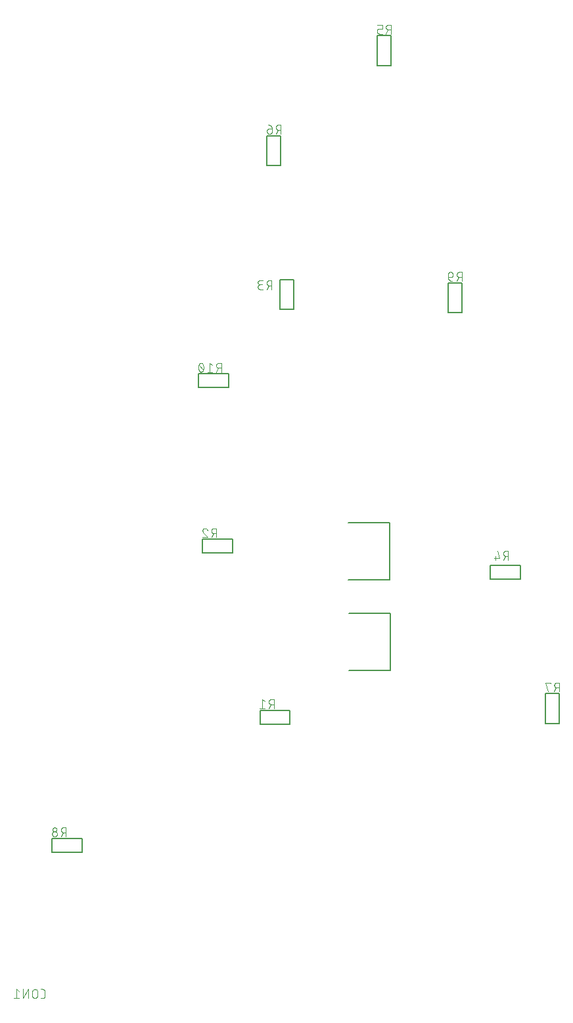
<source format=gbr>
G04 EAGLE Gerber RS-274X export*
G75*
%MOMM*%
%FSLAX34Y34*%
%LPD*%
%INSilkscreen Bottom*%
%IPPOS*%
%AMOC8*
5,1,8,0,0,1.08239X$1,22.5*%
G01*
%ADD10C,0.101600*%
%ADD11C,0.152400*%
%ADD12C,0.127000*%


D10*
X38246Y72588D02*
X40843Y72588D01*
X40942Y72590D01*
X41042Y72596D01*
X41141Y72605D01*
X41239Y72618D01*
X41337Y72635D01*
X41435Y72656D01*
X41531Y72681D01*
X41626Y72709D01*
X41720Y72741D01*
X41813Y72776D01*
X41905Y72815D01*
X41995Y72858D01*
X42083Y72903D01*
X42170Y72953D01*
X42254Y73005D01*
X42337Y73061D01*
X42417Y73119D01*
X42495Y73181D01*
X42570Y73246D01*
X42643Y73314D01*
X42713Y73384D01*
X42781Y73457D01*
X42846Y73532D01*
X42908Y73610D01*
X42966Y73690D01*
X43022Y73773D01*
X43074Y73857D01*
X43124Y73944D01*
X43169Y74032D01*
X43212Y74122D01*
X43251Y74214D01*
X43286Y74307D01*
X43318Y74401D01*
X43346Y74496D01*
X43371Y74592D01*
X43392Y74690D01*
X43409Y74788D01*
X43422Y74886D01*
X43431Y74985D01*
X43437Y75085D01*
X43439Y75184D01*
X43439Y81676D01*
X43437Y81775D01*
X43431Y81875D01*
X43422Y81974D01*
X43409Y82072D01*
X43392Y82170D01*
X43371Y82268D01*
X43346Y82364D01*
X43318Y82459D01*
X43286Y82553D01*
X43251Y82646D01*
X43212Y82738D01*
X43169Y82828D01*
X43124Y82916D01*
X43074Y83003D01*
X43022Y83087D01*
X42966Y83170D01*
X42908Y83250D01*
X42846Y83328D01*
X42781Y83403D01*
X42713Y83476D01*
X42643Y83546D01*
X42570Y83614D01*
X42495Y83679D01*
X42417Y83741D01*
X42337Y83799D01*
X42254Y83855D01*
X42170Y83907D01*
X42083Y83957D01*
X41995Y84002D01*
X41905Y84045D01*
X41813Y84084D01*
X41720Y84119D01*
X41626Y84151D01*
X41531Y84179D01*
X41435Y84204D01*
X41337Y84225D01*
X41239Y84242D01*
X41141Y84255D01*
X41042Y84264D01*
X40942Y84270D01*
X40843Y84272D01*
X38246Y84272D01*
X33881Y81026D02*
X33881Y75834D01*
X33881Y81026D02*
X33879Y81139D01*
X33873Y81252D01*
X33863Y81365D01*
X33849Y81478D01*
X33832Y81590D01*
X33810Y81701D01*
X33785Y81811D01*
X33755Y81921D01*
X33722Y82029D01*
X33685Y82136D01*
X33645Y82242D01*
X33600Y82346D01*
X33552Y82449D01*
X33501Y82550D01*
X33446Y82649D01*
X33388Y82746D01*
X33326Y82841D01*
X33261Y82934D01*
X33193Y83024D01*
X33122Y83112D01*
X33047Y83198D01*
X32970Y83281D01*
X32890Y83361D01*
X32807Y83438D01*
X32721Y83513D01*
X32633Y83584D01*
X32543Y83652D01*
X32450Y83717D01*
X32355Y83779D01*
X32258Y83837D01*
X32159Y83892D01*
X32058Y83943D01*
X31955Y83991D01*
X31851Y84036D01*
X31745Y84076D01*
X31638Y84113D01*
X31530Y84146D01*
X31420Y84176D01*
X31310Y84201D01*
X31199Y84223D01*
X31087Y84240D01*
X30974Y84254D01*
X30861Y84264D01*
X30748Y84270D01*
X30635Y84272D01*
X30522Y84270D01*
X30409Y84264D01*
X30296Y84254D01*
X30183Y84240D01*
X30071Y84223D01*
X29960Y84201D01*
X29850Y84176D01*
X29740Y84146D01*
X29632Y84113D01*
X29525Y84076D01*
X29419Y84036D01*
X29315Y83991D01*
X29212Y83943D01*
X29111Y83892D01*
X29012Y83837D01*
X28915Y83779D01*
X28820Y83717D01*
X28727Y83652D01*
X28637Y83584D01*
X28549Y83513D01*
X28463Y83438D01*
X28380Y83361D01*
X28300Y83281D01*
X28223Y83198D01*
X28148Y83112D01*
X28077Y83024D01*
X28009Y82934D01*
X27944Y82841D01*
X27882Y82746D01*
X27824Y82649D01*
X27769Y82550D01*
X27718Y82449D01*
X27670Y82346D01*
X27625Y82242D01*
X27585Y82136D01*
X27548Y82029D01*
X27515Y81921D01*
X27485Y81811D01*
X27460Y81701D01*
X27438Y81590D01*
X27421Y81478D01*
X27407Y81365D01*
X27397Y81252D01*
X27391Y81139D01*
X27389Y81026D01*
X27390Y81026D02*
X27390Y75834D01*
X27389Y75834D02*
X27391Y75721D01*
X27397Y75608D01*
X27407Y75495D01*
X27421Y75382D01*
X27438Y75270D01*
X27460Y75159D01*
X27485Y75049D01*
X27515Y74939D01*
X27548Y74831D01*
X27585Y74724D01*
X27625Y74618D01*
X27670Y74514D01*
X27718Y74411D01*
X27769Y74310D01*
X27824Y74211D01*
X27882Y74114D01*
X27944Y74019D01*
X28009Y73926D01*
X28077Y73836D01*
X28148Y73748D01*
X28223Y73662D01*
X28300Y73579D01*
X28380Y73499D01*
X28463Y73422D01*
X28549Y73347D01*
X28637Y73276D01*
X28727Y73208D01*
X28820Y73143D01*
X28915Y73081D01*
X29012Y73023D01*
X29111Y72968D01*
X29212Y72917D01*
X29315Y72869D01*
X29419Y72824D01*
X29525Y72784D01*
X29632Y72747D01*
X29740Y72714D01*
X29850Y72684D01*
X29960Y72659D01*
X30071Y72637D01*
X30183Y72620D01*
X30296Y72606D01*
X30409Y72596D01*
X30522Y72590D01*
X30635Y72588D01*
X30748Y72590D01*
X30861Y72596D01*
X30974Y72606D01*
X31087Y72620D01*
X31199Y72637D01*
X31310Y72659D01*
X31420Y72684D01*
X31530Y72714D01*
X31638Y72747D01*
X31745Y72784D01*
X31851Y72824D01*
X31955Y72869D01*
X32058Y72917D01*
X32159Y72968D01*
X32258Y73023D01*
X32355Y73081D01*
X32450Y73143D01*
X32543Y73208D01*
X32633Y73276D01*
X32721Y73347D01*
X32807Y73422D01*
X32890Y73499D01*
X32970Y73579D01*
X33047Y73662D01*
X33122Y73748D01*
X33193Y73836D01*
X33261Y73926D01*
X33326Y74019D01*
X33388Y74114D01*
X33446Y74211D01*
X33501Y74310D01*
X33552Y74411D01*
X33600Y74514D01*
X33645Y74618D01*
X33685Y74724D01*
X33722Y74831D01*
X33755Y74939D01*
X33785Y75049D01*
X33810Y75159D01*
X33832Y75270D01*
X33849Y75382D01*
X33863Y75495D01*
X33873Y75608D01*
X33879Y75721D01*
X33881Y75834D01*
X22070Y72588D02*
X22070Y84272D01*
X15579Y72588D01*
X15579Y84272D01*
X10259Y81676D02*
X7014Y84272D01*
X7014Y72588D01*
X10259Y72588D02*
X3768Y72588D01*
D11*
X434330Y612550D02*
X487670Y612550D01*
X487670Y686210D01*
X434330Y686210D01*
X435600Y494910D02*
X488940Y494910D01*
X488940Y568570D01*
X435600Y568570D01*
D12*
X359050Y444090D02*
X320610Y444090D01*
X359050Y444090D02*
X359050Y426310D01*
X320610Y426310D01*
X320610Y444090D01*
D10*
X338330Y446503D02*
X338330Y458187D01*
X335085Y458187D01*
X334972Y458185D01*
X334859Y458179D01*
X334746Y458169D01*
X334633Y458155D01*
X334521Y458138D01*
X334410Y458116D01*
X334300Y458091D01*
X334190Y458061D01*
X334082Y458028D01*
X333975Y457991D01*
X333869Y457951D01*
X333765Y457906D01*
X333662Y457858D01*
X333561Y457807D01*
X333462Y457752D01*
X333365Y457694D01*
X333270Y457632D01*
X333177Y457567D01*
X333087Y457499D01*
X332999Y457428D01*
X332913Y457353D01*
X332830Y457276D01*
X332750Y457196D01*
X332673Y457113D01*
X332598Y457027D01*
X332527Y456939D01*
X332459Y456849D01*
X332394Y456756D01*
X332332Y456661D01*
X332274Y456564D01*
X332219Y456465D01*
X332168Y456364D01*
X332120Y456261D01*
X332075Y456157D01*
X332035Y456051D01*
X331998Y455944D01*
X331965Y455836D01*
X331935Y455726D01*
X331910Y455616D01*
X331888Y455505D01*
X331871Y455393D01*
X331857Y455280D01*
X331847Y455167D01*
X331841Y455054D01*
X331839Y454941D01*
X331841Y454828D01*
X331847Y454715D01*
X331857Y454602D01*
X331871Y454489D01*
X331888Y454377D01*
X331910Y454266D01*
X331935Y454156D01*
X331965Y454046D01*
X331998Y453938D01*
X332035Y453831D01*
X332075Y453725D01*
X332120Y453621D01*
X332168Y453518D01*
X332219Y453417D01*
X332274Y453318D01*
X332332Y453221D01*
X332394Y453126D01*
X332459Y453033D01*
X332527Y452943D01*
X332598Y452855D01*
X332673Y452769D01*
X332750Y452686D01*
X332830Y452606D01*
X332913Y452529D01*
X332999Y452454D01*
X333087Y452383D01*
X333177Y452315D01*
X333270Y452250D01*
X333365Y452188D01*
X333462Y452130D01*
X333561Y452075D01*
X333662Y452024D01*
X333765Y451976D01*
X333869Y451931D01*
X333975Y451891D01*
X334082Y451854D01*
X334190Y451821D01*
X334300Y451791D01*
X334410Y451766D01*
X334521Y451744D01*
X334633Y451727D01*
X334746Y451713D01*
X334859Y451703D01*
X334972Y451697D01*
X335085Y451695D01*
X335085Y451696D02*
X338330Y451696D01*
X334436Y451696D02*
X331839Y446503D01*
X326974Y455591D02*
X323729Y458187D01*
X323729Y446503D01*
X326974Y446503D02*
X320483Y446503D01*
D12*
X279950Y877690D02*
X241510Y877690D01*
X279950Y877690D02*
X279950Y859910D01*
X241510Y859910D01*
X241510Y877690D01*
D10*
X270660Y880103D02*
X270660Y891787D01*
X267415Y891787D01*
X267302Y891785D01*
X267189Y891779D01*
X267076Y891769D01*
X266963Y891755D01*
X266851Y891738D01*
X266740Y891716D01*
X266630Y891691D01*
X266520Y891661D01*
X266412Y891628D01*
X266305Y891591D01*
X266199Y891551D01*
X266095Y891506D01*
X265992Y891458D01*
X265891Y891407D01*
X265792Y891352D01*
X265695Y891294D01*
X265600Y891232D01*
X265507Y891167D01*
X265417Y891099D01*
X265329Y891028D01*
X265243Y890953D01*
X265160Y890876D01*
X265080Y890796D01*
X265003Y890713D01*
X264928Y890627D01*
X264857Y890539D01*
X264789Y890449D01*
X264724Y890356D01*
X264662Y890261D01*
X264604Y890164D01*
X264549Y890065D01*
X264498Y889964D01*
X264450Y889861D01*
X264405Y889757D01*
X264365Y889651D01*
X264328Y889544D01*
X264295Y889436D01*
X264265Y889326D01*
X264240Y889216D01*
X264218Y889105D01*
X264201Y888993D01*
X264187Y888880D01*
X264177Y888767D01*
X264171Y888654D01*
X264169Y888541D01*
X264171Y888428D01*
X264177Y888315D01*
X264187Y888202D01*
X264201Y888089D01*
X264218Y887977D01*
X264240Y887866D01*
X264265Y887756D01*
X264295Y887646D01*
X264328Y887538D01*
X264365Y887431D01*
X264405Y887325D01*
X264450Y887221D01*
X264498Y887118D01*
X264549Y887017D01*
X264604Y886918D01*
X264662Y886821D01*
X264724Y886726D01*
X264789Y886633D01*
X264857Y886543D01*
X264928Y886455D01*
X265003Y886369D01*
X265080Y886286D01*
X265160Y886206D01*
X265243Y886129D01*
X265329Y886054D01*
X265417Y885983D01*
X265507Y885915D01*
X265600Y885850D01*
X265695Y885788D01*
X265792Y885730D01*
X265891Y885675D01*
X265992Y885624D01*
X266095Y885576D01*
X266199Y885531D01*
X266305Y885491D01*
X266412Y885454D01*
X266520Y885421D01*
X266630Y885391D01*
X266740Y885366D01*
X266851Y885344D01*
X266963Y885327D01*
X267076Y885313D01*
X267189Y885303D01*
X267302Y885297D01*
X267415Y885295D01*
X267415Y885296D02*
X270660Y885296D01*
X266766Y885296D02*
X264169Y880103D01*
X259304Y889191D02*
X256059Y891787D01*
X256059Y880103D01*
X259304Y880103D02*
X252813Y880103D01*
X247875Y885945D02*
X247872Y886175D01*
X247864Y886405D01*
X247850Y886634D01*
X247831Y886863D01*
X247806Y887092D01*
X247776Y887320D01*
X247741Y887547D01*
X247700Y887773D01*
X247654Y887998D01*
X247602Y888222D01*
X247545Y888445D01*
X247483Y888666D01*
X247415Y888886D01*
X247342Y889104D01*
X247264Y889320D01*
X247181Y889534D01*
X247093Y889747D01*
X247000Y889957D01*
X246901Y890164D01*
X246868Y890254D01*
X246832Y890343D01*
X246792Y890431D01*
X246748Y890516D01*
X246701Y890600D01*
X246651Y890682D01*
X246597Y890762D01*
X246541Y890839D01*
X246481Y890915D01*
X246418Y890988D01*
X246353Y891058D01*
X246284Y891126D01*
X246213Y891190D01*
X246140Y891252D01*
X246064Y891311D01*
X245986Y891367D01*
X245905Y891420D01*
X245823Y891469D01*
X245739Y891515D01*
X245652Y891558D01*
X245565Y891597D01*
X245475Y891633D01*
X245385Y891665D01*
X245293Y891693D01*
X245200Y891718D01*
X245106Y891739D01*
X245012Y891756D01*
X244917Y891770D01*
X244821Y891779D01*
X244725Y891785D01*
X244629Y891787D01*
X244533Y891785D01*
X244437Y891779D01*
X244341Y891770D01*
X244246Y891756D01*
X244152Y891739D01*
X244058Y891718D01*
X243965Y891693D01*
X243873Y891665D01*
X243783Y891633D01*
X243693Y891597D01*
X243606Y891558D01*
X243519Y891515D01*
X243435Y891469D01*
X243353Y891420D01*
X243272Y891367D01*
X243194Y891311D01*
X243118Y891252D01*
X243045Y891190D01*
X242974Y891126D01*
X242905Y891058D01*
X242840Y890988D01*
X242777Y890915D01*
X242717Y890840D01*
X242661Y890762D01*
X242607Y890682D01*
X242557Y890600D01*
X242510Y890516D01*
X242467Y890431D01*
X242426Y890343D01*
X242390Y890254D01*
X242357Y890164D01*
X242258Y889956D01*
X242165Y889746D01*
X242077Y889534D01*
X241994Y889320D01*
X241916Y889103D01*
X241843Y888885D01*
X241775Y888666D01*
X241713Y888444D01*
X241656Y888222D01*
X241604Y887998D01*
X241558Y887773D01*
X241517Y887547D01*
X241482Y887319D01*
X241452Y887092D01*
X241427Y886863D01*
X241408Y886634D01*
X241394Y886405D01*
X241386Y886175D01*
X241383Y885945D01*
X247874Y885945D02*
X247871Y885715D01*
X247863Y885485D01*
X247849Y885256D01*
X247830Y885027D01*
X247805Y884798D01*
X247775Y884570D01*
X247740Y884343D01*
X247699Y884117D01*
X247653Y883892D01*
X247601Y883668D01*
X247544Y883445D01*
X247482Y883224D01*
X247414Y883004D01*
X247341Y882786D01*
X247263Y882570D01*
X247180Y882356D01*
X247092Y882144D01*
X246999Y881933D01*
X246900Y881726D01*
X246901Y881726D02*
X246868Y881636D01*
X246832Y881547D01*
X246791Y881459D01*
X246748Y881374D01*
X246701Y881290D01*
X246651Y881208D01*
X246597Y881128D01*
X246541Y881051D01*
X246481Y880975D01*
X246418Y880902D01*
X246353Y880832D01*
X246284Y880764D01*
X246213Y880700D01*
X246140Y880638D01*
X246064Y880579D01*
X245986Y880523D01*
X245905Y880470D01*
X245823Y880421D01*
X245739Y880375D01*
X245652Y880332D01*
X245565Y880293D01*
X245475Y880257D01*
X245385Y880225D01*
X245293Y880197D01*
X245200Y880172D01*
X245106Y880151D01*
X245012Y880134D01*
X244917Y880120D01*
X244821Y880111D01*
X244725Y880105D01*
X244629Y880103D01*
X242357Y881726D02*
X242258Y881933D01*
X242165Y882144D01*
X242077Y882356D01*
X241994Y882570D01*
X241916Y882786D01*
X241843Y883004D01*
X241775Y883224D01*
X241713Y883445D01*
X241656Y883668D01*
X241604Y883892D01*
X241558Y884117D01*
X241517Y884343D01*
X241482Y884570D01*
X241452Y884798D01*
X241427Y885027D01*
X241408Y885256D01*
X241394Y885485D01*
X241386Y885715D01*
X241383Y885945D01*
X242357Y881726D02*
X242390Y881636D01*
X242426Y881547D01*
X242467Y881459D01*
X242510Y881374D01*
X242557Y881290D01*
X242607Y881208D01*
X242661Y881128D01*
X242717Y881050D01*
X242777Y880975D01*
X242840Y880902D01*
X242905Y880832D01*
X242974Y880764D01*
X243045Y880700D01*
X243118Y880638D01*
X243194Y880579D01*
X243272Y880523D01*
X243353Y880470D01*
X243435Y880421D01*
X243519Y880375D01*
X243606Y880332D01*
X243693Y880293D01*
X243783Y880257D01*
X243873Y880225D01*
X243965Y880197D01*
X244058Y880172D01*
X244152Y880151D01*
X244246Y880134D01*
X244341Y880120D01*
X244437Y880111D01*
X244533Y880105D01*
X244629Y880103D01*
X247225Y882699D02*
X242032Y889191D01*
D12*
X246810Y664490D02*
X285250Y664490D01*
X285250Y646710D01*
X246810Y646710D01*
X246810Y664490D01*
D10*
X264530Y666903D02*
X264530Y678587D01*
X261285Y678587D01*
X261172Y678585D01*
X261059Y678579D01*
X260946Y678569D01*
X260833Y678555D01*
X260721Y678538D01*
X260610Y678516D01*
X260500Y678491D01*
X260390Y678461D01*
X260282Y678428D01*
X260175Y678391D01*
X260069Y678351D01*
X259965Y678306D01*
X259862Y678258D01*
X259761Y678207D01*
X259662Y678152D01*
X259565Y678094D01*
X259470Y678032D01*
X259377Y677967D01*
X259287Y677899D01*
X259199Y677828D01*
X259113Y677753D01*
X259030Y677676D01*
X258950Y677596D01*
X258873Y677513D01*
X258798Y677427D01*
X258727Y677339D01*
X258659Y677249D01*
X258594Y677156D01*
X258532Y677061D01*
X258474Y676964D01*
X258419Y676865D01*
X258368Y676764D01*
X258320Y676661D01*
X258275Y676557D01*
X258235Y676451D01*
X258198Y676344D01*
X258165Y676236D01*
X258135Y676126D01*
X258110Y676016D01*
X258088Y675905D01*
X258071Y675793D01*
X258057Y675680D01*
X258047Y675567D01*
X258041Y675454D01*
X258039Y675341D01*
X258041Y675228D01*
X258047Y675115D01*
X258057Y675002D01*
X258071Y674889D01*
X258088Y674777D01*
X258110Y674666D01*
X258135Y674556D01*
X258165Y674446D01*
X258198Y674338D01*
X258235Y674231D01*
X258275Y674125D01*
X258320Y674021D01*
X258368Y673918D01*
X258419Y673817D01*
X258474Y673718D01*
X258532Y673621D01*
X258594Y673526D01*
X258659Y673433D01*
X258727Y673343D01*
X258798Y673255D01*
X258873Y673169D01*
X258950Y673086D01*
X259030Y673006D01*
X259113Y672929D01*
X259199Y672854D01*
X259287Y672783D01*
X259377Y672715D01*
X259470Y672650D01*
X259565Y672588D01*
X259662Y672530D01*
X259761Y672475D01*
X259862Y672424D01*
X259965Y672376D01*
X260069Y672331D01*
X260175Y672291D01*
X260282Y672254D01*
X260390Y672221D01*
X260500Y672191D01*
X260610Y672166D01*
X260721Y672144D01*
X260833Y672127D01*
X260946Y672113D01*
X261059Y672103D01*
X261172Y672097D01*
X261285Y672095D01*
X261285Y672096D02*
X264530Y672096D01*
X260636Y672096D02*
X258039Y666903D01*
X246683Y675666D02*
X246685Y675773D01*
X246691Y675879D01*
X246701Y675985D01*
X246714Y676091D01*
X246732Y676197D01*
X246753Y676301D01*
X246778Y676405D01*
X246807Y676508D01*
X246839Y676609D01*
X246876Y676709D01*
X246916Y676808D01*
X246959Y676906D01*
X247006Y677002D01*
X247057Y677096D01*
X247111Y677188D01*
X247168Y677278D01*
X247228Y677366D01*
X247292Y677451D01*
X247359Y677534D01*
X247429Y677615D01*
X247501Y677693D01*
X247577Y677769D01*
X247655Y677841D01*
X247736Y677911D01*
X247819Y677978D01*
X247904Y678042D01*
X247992Y678102D01*
X248082Y678159D01*
X248174Y678213D01*
X248268Y678264D01*
X248364Y678311D01*
X248462Y678354D01*
X248561Y678394D01*
X248661Y678431D01*
X248762Y678463D01*
X248865Y678492D01*
X248969Y678517D01*
X249073Y678538D01*
X249179Y678556D01*
X249285Y678569D01*
X249391Y678579D01*
X249497Y678585D01*
X249604Y678587D01*
X249725Y678585D01*
X249846Y678579D01*
X249966Y678569D01*
X250087Y678556D01*
X250206Y678538D01*
X250326Y678517D01*
X250444Y678492D01*
X250561Y678463D01*
X250678Y678430D01*
X250793Y678394D01*
X250907Y678353D01*
X251020Y678310D01*
X251132Y678262D01*
X251241Y678211D01*
X251349Y678156D01*
X251456Y678098D01*
X251560Y678037D01*
X251662Y677972D01*
X251762Y677904D01*
X251860Y677833D01*
X251956Y677759D01*
X252049Y677682D01*
X252139Y677601D01*
X252227Y677518D01*
X252312Y677432D01*
X252395Y677343D01*
X252474Y677252D01*
X252551Y677158D01*
X252624Y677062D01*
X252694Y676964D01*
X252761Y676863D01*
X252825Y676760D01*
X252886Y676655D01*
X252943Y676548D01*
X252996Y676440D01*
X253046Y676330D01*
X253092Y676218D01*
X253135Y676105D01*
X253174Y675990D01*
X247657Y673394D02*
X247578Y673472D01*
X247502Y673552D01*
X247429Y673635D01*
X247359Y673721D01*
X247292Y673808D01*
X247228Y673899D01*
X247168Y673991D01*
X247110Y674085D01*
X247056Y674182D01*
X247006Y674280D01*
X246959Y674380D01*
X246915Y674481D01*
X246875Y674584D01*
X246839Y674689D01*
X246807Y674794D01*
X246778Y674901D01*
X246753Y675008D01*
X246731Y675117D01*
X246714Y675226D01*
X246700Y675335D01*
X246691Y675445D01*
X246685Y675556D01*
X246683Y675666D01*
X247657Y673394D02*
X253174Y666903D01*
X246683Y666903D01*
D12*
X363790Y960650D02*
X363790Y999090D01*
X363790Y960650D02*
X346010Y960650D01*
X346010Y999090D01*
X363790Y999090D01*
D10*
X335730Y998187D02*
X335730Y986503D01*
X335730Y998187D02*
X332485Y998187D01*
X332372Y998185D01*
X332259Y998179D01*
X332146Y998169D01*
X332033Y998155D01*
X331921Y998138D01*
X331810Y998116D01*
X331700Y998091D01*
X331590Y998061D01*
X331482Y998028D01*
X331375Y997991D01*
X331269Y997951D01*
X331165Y997906D01*
X331062Y997858D01*
X330961Y997807D01*
X330862Y997752D01*
X330765Y997694D01*
X330670Y997632D01*
X330577Y997567D01*
X330487Y997499D01*
X330399Y997428D01*
X330313Y997353D01*
X330230Y997276D01*
X330150Y997196D01*
X330073Y997113D01*
X329998Y997027D01*
X329927Y996939D01*
X329859Y996849D01*
X329794Y996756D01*
X329732Y996661D01*
X329674Y996564D01*
X329619Y996465D01*
X329568Y996364D01*
X329520Y996261D01*
X329475Y996157D01*
X329435Y996051D01*
X329398Y995944D01*
X329365Y995836D01*
X329335Y995726D01*
X329310Y995616D01*
X329288Y995505D01*
X329271Y995393D01*
X329257Y995280D01*
X329247Y995167D01*
X329241Y995054D01*
X329239Y994941D01*
X329241Y994828D01*
X329247Y994715D01*
X329257Y994602D01*
X329271Y994489D01*
X329288Y994377D01*
X329310Y994266D01*
X329335Y994156D01*
X329365Y994046D01*
X329398Y993938D01*
X329435Y993831D01*
X329475Y993725D01*
X329520Y993621D01*
X329568Y993518D01*
X329619Y993417D01*
X329674Y993318D01*
X329732Y993221D01*
X329794Y993126D01*
X329859Y993033D01*
X329927Y992943D01*
X329998Y992855D01*
X330073Y992769D01*
X330150Y992686D01*
X330230Y992606D01*
X330313Y992529D01*
X330399Y992454D01*
X330487Y992383D01*
X330577Y992315D01*
X330670Y992250D01*
X330765Y992188D01*
X330862Y992130D01*
X330961Y992075D01*
X331062Y992024D01*
X331165Y991976D01*
X331269Y991931D01*
X331375Y991891D01*
X331482Y991854D01*
X331590Y991821D01*
X331700Y991791D01*
X331810Y991766D01*
X331921Y991744D01*
X332033Y991727D01*
X332146Y991713D01*
X332259Y991703D01*
X332372Y991697D01*
X332485Y991695D01*
X332485Y991696D02*
X335730Y991696D01*
X331836Y991696D02*
X329239Y986503D01*
X324374Y986503D02*
X321129Y986503D01*
X321016Y986505D01*
X320903Y986511D01*
X320790Y986521D01*
X320677Y986535D01*
X320565Y986552D01*
X320454Y986574D01*
X320344Y986599D01*
X320234Y986629D01*
X320126Y986662D01*
X320019Y986699D01*
X319913Y986739D01*
X319809Y986784D01*
X319706Y986832D01*
X319605Y986883D01*
X319506Y986938D01*
X319409Y986996D01*
X319314Y987058D01*
X319221Y987123D01*
X319131Y987191D01*
X319043Y987262D01*
X318957Y987337D01*
X318874Y987414D01*
X318794Y987494D01*
X318717Y987577D01*
X318642Y987663D01*
X318571Y987751D01*
X318503Y987841D01*
X318438Y987934D01*
X318376Y988029D01*
X318318Y988126D01*
X318263Y988225D01*
X318212Y988326D01*
X318164Y988429D01*
X318119Y988533D01*
X318079Y988639D01*
X318042Y988746D01*
X318009Y988854D01*
X317979Y988964D01*
X317954Y989074D01*
X317932Y989185D01*
X317915Y989297D01*
X317901Y989410D01*
X317891Y989523D01*
X317885Y989636D01*
X317883Y989749D01*
X317885Y989862D01*
X317891Y989975D01*
X317901Y990088D01*
X317915Y990201D01*
X317932Y990313D01*
X317954Y990424D01*
X317979Y990534D01*
X318009Y990644D01*
X318042Y990752D01*
X318079Y990859D01*
X318119Y990965D01*
X318164Y991069D01*
X318212Y991172D01*
X318263Y991273D01*
X318318Y991372D01*
X318376Y991469D01*
X318438Y991564D01*
X318503Y991657D01*
X318571Y991747D01*
X318642Y991835D01*
X318717Y991921D01*
X318794Y992004D01*
X318874Y992084D01*
X318957Y992161D01*
X319043Y992236D01*
X319131Y992307D01*
X319221Y992375D01*
X319314Y992440D01*
X319409Y992502D01*
X319506Y992560D01*
X319605Y992615D01*
X319706Y992666D01*
X319809Y992714D01*
X319913Y992759D01*
X320019Y992799D01*
X320126Y992836D01*
X320234Y992869D01*
X320344Y992899D01*
X320454Y992924D01*
X320565Y992946D01*
X320677Y992963D01*
X320790Y992977D01*
X320903Y992987D01*
X321016Y992993D01*
X321129Y992995D01*
X320479Y998187D02*
X324374Y998187D01*
X320479Y998187D02*
X320378Y998185D01*
X320278Y998179D01*
X320178Y998169D01*
X320078Y998156D01*
X319979Y998138D01*
X319880Y998117D01*
X319783Y998092D01*
X319686Y998063D01*
X319591Y998030D01*
X319497Y997994D01*
X319405Y997954D01*
X319314Y997911D01*
X319225Y997864D01*
X319138Y997814D01*
X319052Y997760D01*
X318969Y997703D01*
X318889Y997643D01*
X318810Y997580D01*
X318734Y997513D01*
X318661Y997444D01*
X318591Y997372D01*
X318523Y997298D01*
X318458Y997221D01*
X318397Y997141D01*
X318338Y997059D01*
X318283Y996975D01*
X318231Y996889D01*
X318182Y996801D01*
X318137Y996711D01*
X318095Y996619D01*
X318057Y996526D01*
X318023Y996431D01*
X317992Y996336D01*
X317965Y996239D01*
X317942Y996141D01*
X317922Y996042D01*
X317907Y995942D01*
X317895Y995842D01*
X317887Y995742D01*
X317883Y995641D01*
X317883Y995541D01*
X317887Y995440D01*
X317895Y995340D01*
X317907Y995240D01*
X317922Y995140D01*
X317942Y995041D01*
X317965Y994943D01*
X317992Y994846D01*
X318023Y994751D01*
X318057Y994656D01*
X318095Y994563D01*
X318137Y994471D01*
X318182Y994381D01*
X318231Y994293D01*
X318283Y994207D01*
X318338Y994123D01*
X318397Y994041D01*
X318458Y993961D01*
X318523Y993884D01*
X318591Y993810D01*
X318661Y993738D01*
X318734Y993669D01*
X318810Y993602D01*
X318889Y993539D01*
X318969Y993479D01*
X319052Y993422D01*
X319138Y993368D01*
X319225Y993318D01*
X319314Y993271D01*
X319405Y993228D01*
X319497Y993188D01*
X319591Y993152D01*
X319686Y993119D01*
X319783Y993090D01*
X319880Y993065D01*
X319979Y993044D01*
X320078Y993026D01*
X320178Y993013D01*
X320278Y993003D01*
X320378Y992997D01*
X320479Y992995D01*
X320479Y992994D02*
X323076Y992994D01*
D12*
X617650Y613410D02*
X656090Y613410D01*
X617650Y613410D02*
X617650Y631190D01*
X656090Y631190D01*
X656090Y613410D01*
D10*
X640370Y637603D02*
X640370Y649287D01*
X637125Y649287D01*
X637012Y649285D01*
X636899Y649279D01*
X636786Y649269D01*
X636673Y649255D01*
X636561Y649238D01*
X636450Y649216D01*
X636340Y649191D01*
X636230Y649161D01*
X636122Y649128D01*
X636015Y649091D01*
X635909Y649051D01*
X635805Y649006D01*
X635702Y648958D01*
X635601Y648907D01*
X635502Y648852D01*
X635405Y648794D01*
X635310Y648732D01*
X635217Y648667D01*
X635127Y648599D01*
X635039Y648528D01*
X634953Y648453D01*
X634870Y648376D01*
X634790Y648296D01*
X634713Y648213D01*
X634638Y648127D01*
X634567Y648039D01*
X634499Y647949D01*
X634434Y647856D01*
X634372Y647761D01*
X634314Y647664D01*
X634259Y647565D01*
X634208Y647464D01*
X634160Y647361D01*
X634115Y647257D01*
X634075Y647151D01*
X634038Y647044D01*
X634005Y646936D01*
X633975Y646826D01*
X633950Y646716D01*
X633928Y646605D01*
X633911Y646493D01*
X633897Y646380D01*
X633887Y646267D01*
X633881Y646154D01*
X633879Y646041D01*
X633881Y645928D01*
X633887Y645815D01*
X633897Y645702D01*
X633911Y645589D01*
X633928Y645477D01*
X633950Y645366D01*
X633975Y645256D01*
X634005Y645146D01*
X634038Y645038D01*
X634075Y644931D01*
X634115Y644825D01*
X634160Y644721D01*
X634208Y644618D01*
X634259Y644517D01*
X634314Y644418D01*
X634372Y644321D01*
X634434Y644226D01*
X634499Y644133D01*
X634567Y644043D01*
X634638Y643955D01*
X634713Y643869D01*
X634790Y643786D01*
X634870Y643706D01*
X634953Y643629D01*
X635039Y643554D01*
X635127Y643483D01*
X635217Y643415D01*
X635310Y643350D01*
X635405Y643288D01*
X635502Y643230D01*
X635601Y643175D01*
X635702Y643124D01*
X635805Y643076D01*
X635909Y643031D01*
X636015Y642991D01*
X636122Y642954D01*
X636230Y642921D01*
X636340Y642891D01*
X636450Y642866D01*
X636561Y642844D01*
X636673Y642827D01*
X636786Y642813D01*
X636899Y642803D01*
X637012Y642797D01*
X637125Y642795D01*
X637125Y642796D02*
X640370Y642796D01*
X636476Y642796D02*
X633879Y637603D01*
X629014Y640199D02*
X626418Y649287D01*
X629014Y640199D02*
X622523Y640199D01*
X624470Y642796D02*
X624470Y637603D01*
D12*
X471710Y1275310D02*
X471710Y1313750D01*
X489490Y1313750D01*
X489490Y1275310D01*
X471710Y1275310D01*
D10*
X489430Y1316163D02*
X489430Y1327847D01*
X486185Y1327847D01*
X486072Y1327845D01*
X485959Y1327839D01*
X485846Y1327829D01*
X485733Y1327815D01*
X485621Y1327798D01*
X485510Y1327776D01*
X485400Y1327751D01*
X485290Y1327721D01*
X485182Y1327688D01*
X485075Y1327651D01*
X484969Y1327611D01*
X484865Y1327566D01*
X484762Y1327518D01*
X484661Y1327467D01*
X484562Y1327412D01*
X484465Y1327354D01*
X484370Y1327292D01*
X484277Y1327227D01*
X484187Y1327159D01*
X484099Y1327088D01*
X484013Y1327013D01*
X483930Y1326936D01*
X483850Y1326856D01*
X483773Y1326773D01*
X483698Y1326687D01*
X483627Y1326599D01*
X483559Y1326509D01*
X483494Y1326416D01*
X483432Y1326321D01*
X483374Y1326224D01*
X483319Y1326125D01*
X483268Y1326024D01*
X483220Y1325921D01*
X483175Y1325817D01*
X483135Y1325711D01*
X483098Y1325604D01*
X483065Y1325496D01*
X483035Y1325386D01*
X483010Y1325276D01*
X482988Y1325165D01*
X482971Y1325053D01*
X482957Y1324940D01*
X482947Y1324827D01*
X482941Y1324714D01*
X482939Y1324601D01*
X482941Y1324488D01*
X482947Y1324375D01*
X482957Y1324262D01*
X482971Y1324149D01*
X482988Y1324037D01*
X483010Y1323926D01*
X483035Y1323816D01*
X483065Y1323706D01*
X483098Y1323598D01*
X483135Y1323491D01*
X483175Y1323385D01*
X483220Y1323281D01*
X483268Y1323178D01*
X483319Y1323077D01*
X483374Y1322978D01*
X483432Y1322881D01*
X483494Y1322786D01*
X483559Y1322693D01*
X483627Y1322603D01*
X483698Y1322515D01*
X483773Y1322429D01*
X483850Y1322346D01*
X483930Y1322266D01*
X484013Y1322189D01*
X484099Y1322114D01*
X484187Y1322043D01*
X484277Y1321975D01*
X484370Y1321910D01*
X484465Y1321848D01*
X484562Y1321790D01*
X484661Y1321735D01*
X484762Y1321684D01*
X484865Y1321636D01*
X484969Y1321591D01*
X485075Y1321551D01*
X485182Y1321514D01*
X485290Y1321481D01*
X485400Y1321451D01*
X485510Y1321426D01*
X485621Y1321404D01*
X485733Y1321387D01*
X485846Y1321373D01*
X485959Y1321363D01*
X486072Y1321357D01*
X486185Y1321355D01*
X486185Y1321356D02*
X489430Y1321356D01*
X485536Y1321356D02*
X482939Y1316163D01*
X478074Y1316163D02*
X474179Y1316163D01*
X474080Y1316165D01*
X473980Y1316171D01*
X473881Y1316180D01*
X473783Y1316193D01*
X473685Y1316210D01*
X473587Y1316231D01*
X473491Y1316256D01*
X473396Y1316284D01*
X473302Y1316316D01*
X473209Y1316351D01*
X473117Y1316390D01*
X473027Y1316433D01*
X472939Y1316478D01*
X472852Y1316528D01*
X472768Y1316580D01*
X472685Y1316636D01*
X472605Y1316694D01*
X472527Y1316756D01*
X472452Y1316821D01*
X472379Y1316889D01*
X472309Y1316959D01*
X472241Y1317032D01*
X472176Y1317107D01*
X472114Y1317185D01*
X472056Y1317265D01*
X472000Y1317348D01*
X471948Y1317432D01*
X471898Y1317519D01*
X471853Y1317607D01*
X471810Y1317697D01*
X471771Y1317789D01*
X471736Y1317882D01*
X471704Y1317976D01*
X471676Y1318071D01*
X471651Y1318167D01*
X471630Y1318265D01*
X471613Y1318363D01*
X471600Y1318461D01*
X471591Y1318560D01*
X471585Y1318660D01*
X471583Y1318759D01*
X471583Y1320058D01*
X471585Y1320157D01*
X471591Y1320257D01*
X471600Y1320356D01*
X471613Y1320454D01*
X471630Y1320552D01*
X471651Y1320650D01*
X471676Y1320746D01*
X471704Y1320841D01*
X471736Y1320935D01*
X471771Y1321028D01*
X471810Y1321120D01*
X471853Y1321210D01*
X471898Y1321298D01*
X471948Y1321385D01*
X472000Y1321469D01*
X472056Y1321552D01*
X472114Y1321632D01*
X472176Y1321710D01*
X472241Y1321785D01*
X472309Y1321858D01*
X472379Y1321928D01*
X472452Y1321996D01*
X472527Y1322061D01*
X472605Y1322123D01*
X472685Y1322181D01*
X472768Y1322237D01*
X472852Y1322289D01*
X472939Y1322339D01*
X473027Y1322384D01*
X473117Y1322427D01*
X473209Y1322466D01*
X473302Y1322501D01*
X473396Y1322533D01*
X473491Y1322561D01*
X473587Y1322586D01*
X473685Y1322607D01*
X473783Y1322624D01*
X473881Y1322637D01*
X473980Y1322646D01*
X474080Y1322652D01*
X474179Y1322654D01*
X478074Y1322654D01*
X478074Y1327847D01*
X471583Y1327847D01*
D12*
X347590Y1184690D02*
X347590Y1146250D01*
X329810Y1146250D01*
X329810Y1184690D01*
X347590Y1184690D01*
D10*
X347530Y1187103D02*
X347530Y1198787D01*
X344285Y1198787D01*
X344172Y1198785D01*
X344059Y1198779D01*
X343946Y1198769D01*
X343833Y1198755D01*
X343721Y1198738D01*
X343610Y1198716D01*
X343500Y1198691D01*
X343390Y1198661D01*
X343282Y1198628D01*
X343175Y1198591D01*
X343069Y1198551D01*
X342965Y1198506D01*
X342862Y1198458D01*
X342761Y1198407D01*
X342662Y1198352D01*
X342565Y1198294D01*
X342470Y1198232D01*
X342377Y1198167D01*
X342287Y1198099D01*
X342199Y1198028D01*
X342113Y1197953D01*
X342030Y1197876D01*
X341950Y1197796D01*
X341873Y1197713D01*
X341798Y1197627D01*
X341727Y1197539D01*
X341659Y1197449D01*
X341594Y1197356D01*
X341532Y1197261D01*
X341474Y1197164D01*
X341419Y1197065D01*
X341368Y1196964D01*
X341320Y1196861D01*
X341275Y1196757D01*
X341235Y1196651D01*
X341198Y1196544D01*
X341165Y1196436D01*
X341135Y1196326D01*
X341110Y1196216D01*
X341088Y1196105D01*
X341071Y1195993D01*
X341057Y1195880D01*
X341047Y1195767D01*
X341041Y1195654D01*
X341039Y1195541D01*
X341041Y1195428D01*
X341047Y1195315D01*
X341057Y1195202D01*
X341071Y1195089D01*
X341088Y1194977D01*
X341110Y1194866D01*
X341135Y1194756D01*
X341165Y1194646D01*
X341198Y1194538D01*
X341235Y1194431D01*
X341275Y1194325D01*
X341320Y1194221D01*
X341368Y1194118D01*
X341419Y1194017D01*
X341474Y1193918D01*
X341532Y1193821D01*
X341594Y1193726D01*
X341659Y1193633D01*
X341727Y1193543D01*
X341798Y1193455D01*
X341873Y1193369D01*
X341950Y1193286D01*
X342030Y1193206D01*
X342113Y1193129D01*
X342199Y1193054D01*
X342287Y1192983D01*
X342377Y1192915D01*
X342470Y1192850D01*
X342565Y1192788D01*
X342662Y1192730D01*
X342761Y1192675D01*
X342862Y1192624D01*
X342965Y1192576D01*
X343069Y1192531D01*
X343175Y1192491D01*
X343282Y1192454D01*
X343390Y1192421D01*
X343500Y1192391D01*
X343610Y1192366D01*
X343721Y1192344D01*
X343833Y1192327D01*
X343946Y1192313D01*
X344059Y1192303D01*
X344172Y1192297D01*
X344285Y1192295D01*
X344285Y1192296D02*
X347530Y1192296D01*
X343636Y1192296D02*
X341039Y1187103D01*
X336174Y1193594D02*
X332279Y1193594D01*
X332180Y1193592D01*
X332080Y1193586D01*
X331981Y1193577D01*
X331883Y1193564D01*
X331785Y1193547D01*
X331687Y1193526D01*
X331591Y1193501D01*
X331496Y1193473D01*
X331402Y1193441D01*
X331309Y1193406D01*
X331217Y1193367D01*
X331127Y1193324D01*
X331039Y1193279D01*
X330952Y1193229D01*
X330868Y1193177D01*
X330785Y1193121D01*
X330705Y1193063D01*
X330627Y1193001D01*
X330552Y1192936D01*
X330479Y1192868D01*
X330409Y1192798D01*
X330341Y1192725D01*
X330276Y1192650D01*
X330214Y1192572D01*
X330156Y1192492D01*
X330100Y1192409D01*
X330048Y1192325D01*
X329998Y1192238D01*
X329953Y1192150D01*
X329910Y1192060D01*
X329871Y1191968D01*
X329836Y1191875D01*
X329804Y1191781D01*
X329776Y1191686D01*
X329751Y1191590D01*
X329730Y1191492D01*
X329713Y1191394D01*
X329700Y1191296D01*
X329691Y1191197D01*
X329685Y1191097D01*
X329683Y1190998D01*
X329683Y1190349D01*
X329685Y1190236D01*
X329691Y1190123D01*
X329701Y1190010D01*
X329715Y1189897D01*
X329732Y1189785D01*
X329754Y1189674D01*
X329779Y1189564D01*
X329809Y1189454D01*
X329842Y1189346D01*
X329879Y1189239D01*
X329919Y1189133D01*
X329964Y1189029D01*
X330012Y1188926D01*
X330063Y1188825D01*
X330118Y1188726D01*
X330176Y1188629D01*
X330238Y1188534D01*
X330303Y1188441D01*
X330371Y1188351D01*
X330442Y1188263D01*
X330517Y1188177D01*
X330594Y1188094D01*
X330674Y1188014D01*
X330757Y1187937D01*
X330843Y1187862D01*
X330931Y1187791D01*
X331021Y1187723D01*
X331114Y1187658D01*
X331209Y1187596D01*
X331306Y1187538D01*
X331405Y1187483D01*
X331506Y1187432D01*
X331609Y1187384D01*
X331713Y1187339D01*
X331819Y1187299D01*
X331926Y1187262D01*
X332034Y1187229D01*
X332144Y1187199D01*
X332254Y1187174D01*
X332365Y1187152D01*
X332477Y1187135D01*
X332590Y1187121D01*
X332703Y1187111D01*
X332816Y1187105D01*
X332929Y1187103D01*
X333042Y1187105D01*
X333155Y1187111D01*
X333268Y1187121D01*
X333381Y1187135D01*
X333493Y1187152D01*
X333604Y1187174D01*
X333714Y1187199D01*
X333824Y1187229D01*
X333932Y1187262D01*
X334039Y1187299D01*
X334145Y1187339D01*
X334249Y1187384D01*
X334352Y1187432D01*
X334453Y1187483D01*
X334552Y1187538D01*
X334649Y1187596D01*
X334744Y1187658D01*
X334837Y1187723D01*
X334927Y1187791D01*
X335015Y1187862D01*
X335101Y1187937D01*
X335184Y1188014D01*
X335264Y1188094D01*
X335341Y1188177D01*
X335416Y1188263D01*
X335487Y1188351D01*
X335555Y1188441D01*
X335620Y1188534D01*
X335682Y1188629D01*
X335740Y1188726D01*
X335795Y1188825D01*
X335846Y1188926D01*
X335894Y1189029D01*
X335939Y1189133D01*
X335979Y1189239D01*
X336016Y1189346D01*
X336049Y1189454D01*
X336079Y1189564D01*
X336104Y1189674D01*
X336126Y1189785D01*
X336143Y1189897D01*
X336157Y1190010D01*
X336167Y1190123D01*
X336173Y1190236D01*
X336175Y1190349D01*
X336174Y1190349D02*
X336174Y1193594D01*
X336172Y1193737D01*
X336166Y1193880D01*
X336156Y1194023D01*
X336142Y1194165D01*
X336125Y1194307D01*
X336103Y1194449D01*
X336078Y1194590D01*
X336048Y1194730D01*
X336015Y1194869D01*
X335978Y1195007D01*
X335937Y1195144D01*
X335893Y1195280D01*
X335844Y1195415D01*
X335792Y1195548D01*
X335737Y1195680D01*
X335677Y1195810D01*
X335614Y1195939D01*
X335548Y1196066D01*
X335478Y1196191D01*
X335405Y1196313D01*
X335328Y1196434D01*
X335248Y1196553D01*
X335165Y1196669D01*
X335079Y1196784D01*
X334990Y1196895D01*
X334897Y1197005D01*
X334802Y1197111D01*
X334703Y1197215D01*
X334602Y1197316D01*
X334498Y1197415D01*
X334392Y1197510D01*
X334282Y1197603D01*
X334171Y1197692D01*
X334056Y1197778D01*
X333940Y1197861D01*
X333821Y1197941D01*
X333700Y1198018D01*
X333578Y1198091D01*
X333453Y1198161D01*
X333326Y1198227D01*
X333197Y1198290D01*
X333067Y1198350D01*
X332935Y1198405D01*
X332802Y1198457D01*
X332667Y1198506D01*
X332531Y1198550D01*
X332394Y1198591D01*
X332256Y1198628D01*
X332117Y1198661D01*
X331977Y1198691D01*
X331836Y1198716D01*
X331694Y1198738D01*
X331552Y1198755D01*
X331410Y1198769D01*
X331267Y1198779D01*
X331124Y1198785D01*
X330981Y1198787D01*
D12*
X688510Y465450D02*
X688510Y427010D01*
X688510Y465450D02*
X706290Y465450D01*
X706290Y427010D01*
X688510Y427010D01*
D10*
X706230Y467863D02*
X706230Y479547D01*
X702985Y479547D01*
X702872Y479545D01*
X702759Y479539D01*
X702646Y479529D01*
X702533Y479515D01*
X702421Y479498D01*
X702310Y479476D01*
X702200Y479451D01*
X702090Y479421D01*
X701982Y479388D01*
X701875Y479351D01*
X701769Y479311D01*
X701665Y479266D01*
X701562Y479218D01*
X701461Y479167D01*
X701362Y479112D01*
X701265Y479054D01*
X701170Y478992D01*
X701077Y478927D01*
X700987Y478859D01*
X700899Y478788D01*
X700813Y478713D01*
X700730Y478636D01*
X700650Y478556D01*
X700573Y478473D01*
X700498Y478387D01*
X700427Y478299D01*
X700359Y478209D01*
X700294Y478116D01*
X700232Y478021D01*
X700174Y477924D01*
X700119Y477825D01*
X700068Y477724D01*
X700020Y477621D01*
X699975Y477517D01*
X699935Y477411D01*
X699898Y477304D01*
X699865Y477196D01*
X699835Y477086D01*
X699810Y476976D01*
X699788Y476865D01*
X699771Y476753D01*
X699757Y476640D01*
X699747Y476527D01*
X699741Y476414D01*
X699739Y476301D01*
X699741Y476188D01*
X699747Y476075D01*
X699757Y475962D01*
X699771Y475849D01*
X699788Y475737D01*
X699810Y475626D01*
X699835Y475516D01*
X699865Y475406D01*
X699898Y475298D01*
X699935Y475191D01*
X699975Y475085D01*
X700020Y474981D01*
X700068Y474878D01*
X700119Y474777D01*
X700174Y474678D01*
X700232Y474581D01*
X700294Y474486D01*
X700359Y474393D01*
X700427Y474303D01*
X700498Y474215D01*
X700573Y474129D01*
X700650Y474046D01*
X700730Y473966D01*
X700813Y473889D01*
X700899Y473814D01*
X700987Y473743D01*
X701077Y473675D01*
X701170Y473610D01*
X701265Y473548D01*
X701362Y473490D01*
X701461Y473435D01*
X701562Y473384D01*
X701665Y473336D01*
X701769Y473291D01*
X701875Y473251D01*
X701982Y473214D01*
X702090Y473181D01*
X702200Y473151D01*
X702310Y473126D01*
X702421Y473104D01*
X702533Y473087D01*
X702646Y473073D01*
X702759Y473063D01*
X702872Y473057D01*
X702985Y473055D01*
X702985Y473056D02*
X706230Y473056D01*
X702336Y473056D02*
X699739Y467863D01*
X694874Y478249D02*
X694874Y479547D01*
X688383Y479547D01*
X691629Y467863D01*
D12*
X91350Y278690D02*
X52910Y278690D01*
X91350Y278690D02*
X91350Y260910D01*
X52910Y260910D01*
X52910Y278690D01*
D10*
X70630Y281103D02*
X70630Y292787D01*
X67385Y292787D01*
X67272Y292785D01*
X67159Y292779D01*
X67046Y292769D01*
X66933Y292755D01*
X66821Y292738D01*
X66710Y292716D01*
X66600Y292691D01*
X66490Y292661D01*
X66382Y292628D01*
X66275Y292591D01*
X66169Y292551D01*
X66065Y292506D01*
X65962Y292458D01*
X65861Y292407D01*
X65762Y292352D01*
X65665Y292294D01*
X65570Y292232D01*
X65477Y292167D01*
X65387Y292099D01*
X65299Y292028D01*
X65213Y291953D01*
X65130Y291876D01*
X65050Y291796D01*
X64973Y291713D01*
X64898Y291627D01*
X64827Y291539D01*
X64759Y291449D01*
X64694Y291356D01*
X64632Y291261D01*
X64574Y291164D01*
X64519Y291065D01*
X64468Y290964D01*
X64420Y290861D01*
X64375Y290757D01*
X64335Y290651D01*
X64298Y290544D01*
X64265Y290436D01*
X64235Y290326D01*
X64210Y290216D01*
X64188Y290105D01*
X64171Y289993D01*
X64157Y289880D01*
X64147Y289767D01*
X64141Y289654D01*
X64139Y289541D01*
X64141Y289428D01*
X64147Y289315D01*
X64157Y289202D01*
X64171Y289089D01*
X64188Y288977D01*
X64210Y288866D01*
X64235Y288756D01*
X64265Y288646D01*
X64298Y288538D01*
X64335Y288431D01*
X64375Y288325D01*
X64420Y288221D01*
X64468Y288118D01*
X64519Y288017D01*
X64574Y287918D01*
X64632Y287821D01*
X64694Y287726D01*
X64759Y287633D01*
X64827Y287543D01*
X64898Y287455D01*
X64973Y287369D01*
X65050Y287286D01*
X65130Y287206D01*
X65213Y287129D01*
X65299Y287054D01*
X65387Y286983D01*
X65477Y286915D01*
X65570Y286850D01*
X65665Y286788D01*
X65762Y286730D01*
X65861Y286675D01*
X65962Y286624D01*
X66065Y286576D01*
X66169Y286531D01*
X66275Y286491D01*
X66382Y286454D01*
X66490Y286421D01*
X66600Y286391D01*
X66710Y286366D01*
X66821Y286344D01*
X66933Y286327D01*
X67046Y286313D01*
X67159Y286303D01*
X67272Y286297D01*
X67385Y286295D01*
X67385Y286296D02*
X70630Y286296D01*
X66736Y286296D02*
X64139Y281103D01*
X59275Y284349D02*
X59273Y284462D01*
X59267Y284575D01*
X59257Y284688D01*
X59243Y284801D01*
X59226Y284913D01*
X59204Y285024D01*
X59179Y285134D01*
X59149Y285244D01*
X59116Y285352D01*
X59079Y285459D01*
X59039Y285565D01*
X58994Y285669D01*
X58946Y285772D01*
X58895Y285873D01*
X58840Y285972D01*
X58782Y286069D01*
X58720Y286164D01*
X58655Y286257D01*
X58587Y286347D01*
X58516Y286435D01*
X58441Y286521D01*
X58364Y286604D01*
X58284Y286684D01*
X58201Y286761D01*
X58115Y286836D01*
X58027Y286907D01*
X57937Y286975D01*
X57844Y287040D01*
X57749Y287102D01*
X57652Y287160D01*
X57553Y287215D01*
X57452Y287266D01*
X57349Y287314D01*
X57245Y287359D01*
X57139Y287399D01*
X57032Y287436D01*
X56924Y287469D01*
X56814Y287499D01*
X56704Y287524D01*
X56593Y287546D01*
X56481Y287563D01*
X56368Y287577D01*
X56255Y287587D01*
X56142Y287593D01*
X56029Y287595D01*
X55916Y287593D01*
X55803Y287587D01*
X55690Y287577D01*
X55577Y287563D01*
X55465Y287546D01*
X55354Y287524D01*
X55244Y287499D01*
X55134Y287469D01*
X55026Y287436D01*
X54919Y287399D01*
X54813Y287359D01*
X54709Y287314D01*
X54606Y287266D01*
X54505Y287215D01*
X54406Y287160D01*
X54309Y287102D01*
X54214Y287040D01*
X54121Y286975D01*
X54031Y286907D01*
X53943Y286836D01*
X53857Y286761D01*
X53774Y286684D01*
X53694Y286604D01*
X53617Y286521D01*
X53542Y286435D01*
X53471Y286347D01*
X53403Y286257D01*
X53338Y286164D01*
X53276Y286069D01*
X53218Y285972D01*
X53163Y285873D01*
X53112Y285772D01*
X53064Y285669D01*
X53019Y285565D01*
X52979Y285459D01*
X52942Y285352D01*
X52909Y285244D01*
X52879Y285134D01*
X52854Y285024D01*
X52832Y284913D01*
X52815Y284801D01*
X52801Y284688D01*
X52791Y284575D01*
X52785Y284462D01*
X52783Y284349D01*
X52785Y284236D01*
X52791Y284123D01*
X52801Y284010D01*
X52815Y283897D01*
X52832Y283785D01*
X52854Y283674D01*
X52879Y283564D01*
X52909Y283454D01*
X52942Y283346D01*
X52979Y283239D01*
X53019Y283133D01*
X53064Y283029D01*
X53112Y282926D01*
X53163Y282825D01*
X53218Y282726D01*
X53276Y282629D01*
X53338Y282534D01*
X53403Y282441D01*
X53471Y282351D01*
X53542Y282263D01*
X53617Y282177D01*
X53694Y282094D01*
X53774Y282014D01*
X53857Y281937D01*
X53943Y281862D01*
X54031Y281791D01*
X54121Y281723D01*
X54214Y281658D01*
X54309Y281596D01*
X54406Y281538D01*
X54505Y281483D01*
X54606Y281432D01*
X54709Y281384D01*
X54813Y281339D01*
X54919Y281299D01*
X55026Y281262D01*
X55134Y281229D01*
X55244Y281199D01*
X55354Y281174D01*
X55465Y281152D01*
X55577Y281135D01*
X55690Y281121D01*
X55803Y281111D01*
X55916Y281105D01*
X56029Y281103D01*
X56142Y281105D01*
X56255Y281111D01*
X56368Y281121D01*
X56481Y281135D01*
X56593Y281152D01*
X56704Y281174D01*
X56814Y281199D01*
X56924Y281229D01*
X57032Y281262D01*
X57139Y281299D01*
X57245Y281339D01*
X57349Y281384D01*
X57452Y281432D01*
X57553Y281483D01*
X57652Y281538D01*
X57749Y281596D01*
X57844Y281658D01*
X57937Y281723D01*
X58027Y281791D01*
X58115Y281862D01*
X58201Y281937D01*
X58284Y282014D01*
X58364Y282094D01*
X58441Y282177D01*
X58516Y282263D01*
X58587Y282351D01*
X58655Y282441D01*
X58720Y282534D01*
X58782Y282629D01*
X58840Y282726D01*
X58895Y282825D01*
X58946Y282926D01*
X58994Y283029D01*
X59039Y283133D01*
X59079Y283239D01*
X59116Y283346D01*
X59149Y283454D01*
X59179Y283564D01*
X59204Y283674D01*
X59226Y283785D01*
X59243Y283897D01*
X59257Y284010D01*
X59267Y284123D01*
X59273Y284236D01*
X59275Y284349D01*
X58625Y290191D02*
X58623Y290292D01*
X58617Y290392D01*
X58607Y290492D01*
X58594Y290592D01*
X58576Y290691D01*
X58555Y290790D01*
X58530Y290887D01*
X58501Y290984D01*
X58468Y291079D01*
X58432Y291173D01*
X58392Y291265D01*
X58349Y291356D01*
X58302Y291445D01*
X58252Y291532D01*
X58198Y291618D01*
X58141Y291701D01*
X58081Y291781D01*
X58018Y291860D01*
X57951Y291936D01*
X57882Y292009D01*
X57810Y292079D01*
X57736Y292147D01*
X57659Y292212D01*
X57579Y292273D01*
X57497Y292332D01*
X57413Y292387D01*
X57327Y292439D01*
X57239Y292488D01*
X57149Y292533D01*
X57057Y292575D01*
X56964Y292613D01*
X56869Y292647D01*
X56774Y292678D01*
X56677Y292705D01*
X56579Y292728D01*
X56480Y292748D01*
X56380Y292763D01*
X56280Y292775D01*
X56180Y292783D01*
X56079Y292787D01*
X55979Y292787D01*
X55878Y292783D01*
X55778Y292775D01*
X55678Y292763D01*
X55578Y292748D01*
X55479Y292728D01*
X55381Y292705D01*
X55284Y292678D01*
X55189Y292647D01*
X55094Y292613D01*
X55001Y292575D01*
X54909Y292533D01*
X54819Y292488D01*
X54731Y292439D01*
X54645Y292387D01*
X54561Y292332D01*
X54479Y292273D01*
X54399Y292212D01*
X54322Y292147D01*
X54248Y292079D01*
X54176Y292009D01*
X54107Y291936D01*
X54040Y291860D01*
X53977Y291781D01*
X53917Y291701D01*
X53860Y291618D01*
X53806Y291532D01*
X53756Y291445D01*
X53709Y291356D01*
X53666Y291265D01*
X53626Y291173D01*
X53590Y291079D01*
X53557Y290984D01*
X53528Y290887D01*
X53503Y290790D01*
X53482Y290691D01*
X53464Y290592D01*
X53451Y290492D01*
X53441Y290392D01*
X53435Y290292D01*
X53433Y290191D01*
X53435Y290090D01*
X53441Y289990D01*
X53451Y289890D01*
X53464Y289790D01*
X53482Y289691D01*
X53503Y289592D01*
X53528Y289495D01*
X53557Y289398D01*
X53590Y289303D01*
X53626Y289209D01*
X53666Y289117D01*
X53709Y289026D01*
X53756Y288937D01*
X53806Y288850D01*
X53860Y288764D01*
X53917Y288681D01*
X53977Y288601D01*
X54040Y288522D01*
X54107Y288446D01*
X54176Y288373D01*
X54248Y288303D01*
X54322Y288235D01*
X54399Y288170D01*
X54479Y288109D01*
X54561Y288050D01*
X54645Y287995D01*
X54731Y287943D01*
X54819Y287894D01*
X54909Y287849D01*
X55001Y287807D01*
X55094Y287769D01*
X55189Y287735D01*
X55284Y287704D01*
X55381Y287677D01*
X55479Y287654D01*
X55578Y287634D01*
X55678Y287619D01*
X55778Y287607D01*
X55878Y287599D01*
X55979Y287595D01*
X56079Y287595D01*
X56180Y287599D01*
X56280Y287607D01*
X56380Y287619D01*
X56480Y287634D01*
X56579Y287654D01*
X56677Y287677D01*
X56774Y287704D01*
X56869Y287735D01*
X56964Y287769D01*
X57057Y287807D01*
X57149Y287849D01*
X57239Y287894D01*
X57327Y287943D01*
X57413Y287995D01*
X57497Y288050D01*
X57579Y288109D01*
X57659Y288170D01*
X57736Y288235D01*
X57810Y288303D01*
X57882Y288373D01*
X57951Y288446D01*
X58018Y288522D01*
X58081Y288601D01*
X58141Y288681D01*
X58198Y288764D01*
X58252Y288850D01*
X58302Y288937D01*
X58349Y289026D01*
X58392Y289117D01*
X58432Y289209D01*
X58468Y289303D01*
X58501Y289398D01*
X58530Y289495D01*
X58555Y289592D01*
X58576Y289691D01*
X58594Y289790D01*
X58607Y289890D01*
X58617Y289990D01*
X58623Y290090D01*
X58625Y290191D01*
D12*
X563010Y956510D02*
X563010Y994950D01*
X580790Y994950D01*
X580790Y956510D01*
X563010Y956510D01*
D10*
X580730Y997363D02*
X580730Y1009047D01*
X577485Y1009047D01*
X577372Y1009045D01*
X577259Y1009039D01*
X577146Y1009029D01*
X577033Y1009015D01*
X576921Y1008998D01*
X576810Y1008976D01*
X576700Y1008951D01*
X576590Y1008921D01*
X576482Y1008888D01*
X576375Y1008851D01*
X576269Y1008811D01*
X576165Y1008766D01*
X576062Y1008718D01*
X575961Y1008667D01*
X575862Y1008612D01*
X575765Y1008554D01*
X575670Y1008492D01*
X575577Y1008427D01*
X575487Y1008359D01*
X575399Y1008288D01*
X575313Y1008213D01*
X575230Y1008136D01*
X575150Y1008056D01*
X575073Y1007973D01*
X574998Y1007887D01*
X574927Y1007799D01*
X574859Y1007709D01*
X574794Y1007616D01*
X574732Y1007521D01*
X574674Y1007424D01*
X574619Y1007325D01*
X574568Y1007224D01*
X574520Y1007121D01*
X574475Y1007017D01*
X574435Y1006911D01*
X574398Y1006804D01*
X574365Y1006696D01*
X574335Y1006586D01*
X574310Y1006476D01*
X574288Y1006365D01*
X574271Y1006253D01*
X574257Y1006140D01*
X574247Y1006027D01*
X574241Y1005914D01*
X574239Y1005801D01*
X574241Y1005688D01*
X574247Y1005575D01*
X574257Y1005462D01*
X574271Y1005349D01*
X574288Y1005237D01*
X574310Y1005126D01*
X574335Y1005016D01*
X574365Y1004906D01*
X574398Y1004798D01*
X574435Y1004691D01*
X574475Y1004585D01*
X574520Y1004481D01*
X574568Y1004378D01*
X574619Y1004277D01*
X574674Y1004178D01*
X574732Y1004081D01*
X574794Y1003986D01*
X574859Y1003893D01*
X574927Y1003803D01*
X574998Y1003715D01*
X575073Y1003629D01*
X575150Y1003546D01*
X575230Y1003466D01*
X575313Y1003389D01*
X575399Y1003314D01*
X575487Y1003243D01*
X575577Y1003175D01*
X575670Y1003110D01*
X575765Y1003048D01*
X575862Y1002990D01*
X575961Y1002935D01*
X576062Y1002884D01*
X576165Y1002836D01*
X576269Y1002791D01*
X576375Y1002751D01*
X576482Y1002714D01*
X576590Y1002681D01*
X576700Y1002651D01*
X576810Y1002626D01*
X576921Y1002604D01*
X577033Y1002587D01*
X577146Y1002573D01*
X577259Y1002563D01*
X577372Y1002557D01*
X577485Y1002555D01*
X577485Y1002556D02*
X580730Y1002556D01*
X576836Y1002556D02*
X574239Y997363D01*
X566778Y1002556D02*
X562883Y1002556D01*
X566778Y1002556D02*
X566877Y1002558D01*
X566977Y1002564D01*
X567076Y1002573D01*
X567174Y1002586D01*
X567272Y1002603D01*
X567370Y1002624D01*
X567466Y1002649D01*
X567561Y1002677D01*
X567655Y1002709D01*
X567748Y1002744D01*
X567840Y1002783D01*
X567930Y1002826D01*
X568018Y1002871D01*
X568105Y1002921D01*
X568189Y1002973D01*
X568272Y1003029D01*
X568352Y1003087D01*
X568430Y1003149D01*
X568505Y1003214D01*
X568578Y1003282D01*
X568648Y1003352D01*
X568716Y1003425D01*
X568781Y1003500D01*
X568843Y1003578D01*
X568901Y1003658D01*
X568957Y1003741D01*
X569009Y1003825D01*
X569059Y1003912D01*
X569104Y1004000D01*
X569147Y1004090D01*
X569186Y1004182D01*
X569221Y1004275D01*
X569253Y1004369D01*
X569281Y1004464D01*
X569306Y1004560D01*
X569327Y1004658D01*
X569344Y1004756D01*
X569357Y1004854D01*
X569366Y1004953D01*
X569372Y1005053D01*
X569374Y1005152D01*
X569374Y1005801D01*
X569375Y1005801D02*
X569373Y1005914D01*
X569367Y1006027D01*
X569357Y1006140D01*
X569343Y1006253D01*
X569326Y1006365D01*
X569304Y1006476D01*
X569279Y1006586D01*
X569249Y1006696D01*
X569216Y1006804D01*
X569179Y1006911D01*
X569139Y1007017D01*
X569094Y1007121D01*
X569046Y1007224D01*
X568995Y1007325D01*
X568940Y1007424D01*
X568882Y1007521D01*
X568820Y1007616D01*
X568755Y1007709D01*
X568687Y1007799D01*
X568616Y1007887D01*
X568541Y1007973D01*
X568464Y1008056D01*
X568384Y1008136D01*
X568301Y1008213D01*
X568215Y1008288D01*
X568127Y1008359D01*
X568037Y1008427D01*
X567944Y1008492D01*
X567849Y1008554D01*
X567752Y1008612D01*
X567653Y1008667D01*
X567552Y1008718D01*
X567449Y1008766D01*
X567345Y1008811D01*
X567239Y1008851D01*
X567132Y1008888D01*
X567024Y1008921D01*
X566914Y1008951D01*
X566804Y1008976D01*
X566693Y1008998D01*
X566581Y1009015D01*
X566468Y1009029D01*
X566355Y1009039D01*
X566242Y1009045D01*
X566129Y1009047D01*
X566016Y1009045D01*
X565903Y1009039D01*
X565790Y1009029D01*
X565677Y1009015D01*
X565565Y1008998D01*
X565454Y1008976D01*
X565344Y1008951D01*
X565234Y1008921D01*
X565126Y1008888D01*
X565019Y1008851D01*
X564913Y1008811D01*
X564809Y1008766D01*
X564706Y1008718D01*
X564605Y1008667D01*
X564506Y1008612D01*
X564409Y1008554D01*
X564314Y1008492D01*
X564221Y1008427D01*
X564131Y1008359D01*
X564043Y1008288D01*
X563957Y1008213D01*
X563874Y1008136D01*
X563794Y1008056D01*
X563717Y1007973D01*
X563642Y1007887D01*
X563571Y1007799D01*
X563503Y1007709D01*
X563438Y1007616D01*
X563376Y1007521D01*
X563318Y1007424D01*
X563263Y1007325D01*
X563212Y1007224D01*
X563164Y1007121D01*
X563119Y1007017D01*
X563079Y1006911D01*
X563042Y1006804D01*
X563009Y1006696D01*
X562979Y1006586D01*
X562954Y1006476D01*
X562932Y1006365D01*
X562915Y1006253D01*
X562901Y1006140D01*
X562891Y1006027D01*
X562885Y1005914D01*
X562883Y1005801D01*
X562883Y1002556D01*
X562885Y1002413D01*
X562891Y1002270D01*
X562901Y1002127D01*
X562915Y1001985D01*
X562932Y1001843D01*
X562954Y1001701D01*
X562979Y1001560D01*
X563009Y1001420D01*
X563042Y1001281D01*
X563079Y1001143D01*
X563120Y1001006D01*
X563164Y1000870D01*
X563213Y1000735D01*
X563265Y1000602D01*
X563320Y1000470D01*
X563380Y1000340D01*
X563443Y1000211D01*
X563509Y1000084D01*
X563579Y999960D01*
X563652Y999837D01*
X563729Y999716D01*
X563809Y999597D01*
X563892Y999481D01*
X563978Y999366D01*
X564067Y999255D01*
X564160Y999145D01*
X564255Y999039D01*
X564354Y998935D01*
X564455Y998834D01*
X564559Y998735D01*
X564665Y998640D01*
X564775Y998547D01*
X564886Y998458D01*
X565001Y998372D01*
X565117Y998289D01*
X565236Y998209D01*
X565357Y998132D01*
X565480Y998059D01*
X565604Y997989D01*
X565731Y997923D01*
X565860Y997860D01*
X565990Y997800D01*
X566122Y997745D01*
X566255Y997693D01*
X566390Y997644D01*
X566526Y997600D01*
X566663Y997559D01*
X566801Y997522D01*
X566940Y997489D01*
X567080Y997459D01*
X567221Y997434D01*
X567363Y997412D01*
X567505Y997395D01*
X567647Y997381D01*
X567790Y997371D01*
X567933Y997365D01*
X568076Y997363D01*
M02*

</source>
